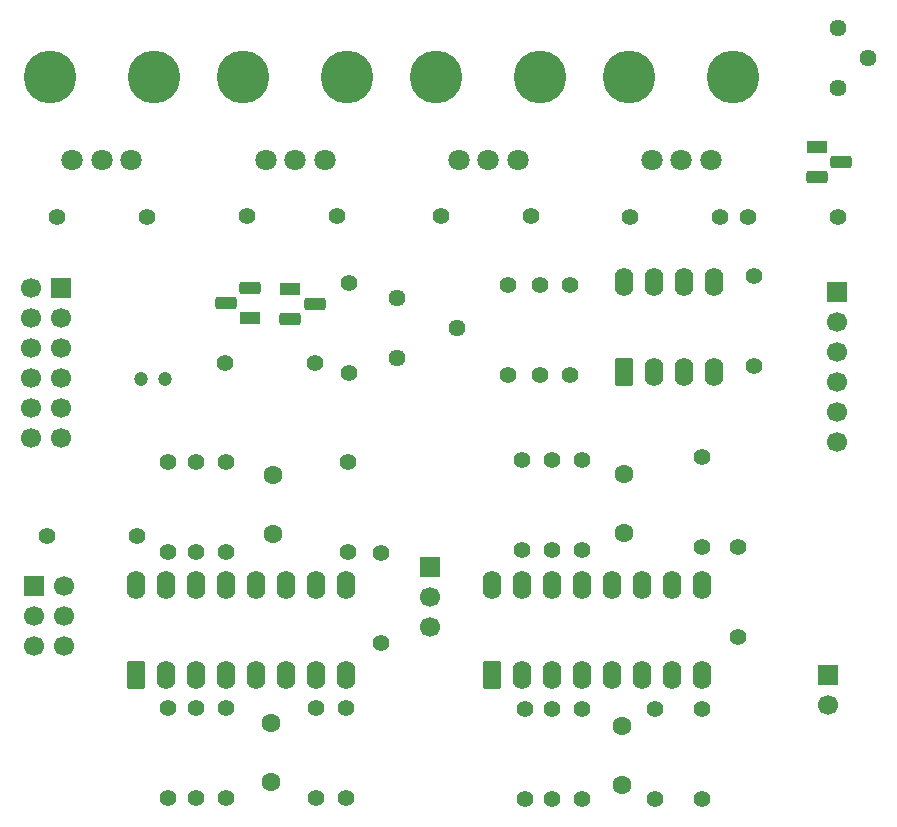
<source format=gbr>
%TF.GenerationSoftware,KiCad,Pcbnew,9.0.3*%
%TF.CreationDate,2025-08-11T18:09:04+09:00*%
%TF.ProjectId,debugVCFSeparate,64656275-6756-4434-9653-657061726174,rev?*%
%TF.SameCoordinates,Original*%
%TF.FileFunction,Soldermask,Bot*%
%TF.FilePolarity,Negative*%
%FSLAX46Y46*%
G04 Gerber Fmt 4.6, Leading zero omitted, Abs format (unit mm)*
G04 Created by KiCad (PCBNEW 9.0.3) date 2025-08-11 18:09:04*
%MOMM*%
%LPD*%
G01*
G04 APERTURE LIST*
G04 Aperture macros list*
%AMRoundRect*
0 Rectangle with rounded corners*
0 $1 Rounding radius*
0 $2 $3 $4 $5 $6 $7 $8 $9 X,Y pos of 4 corners*
0 Add a 4 corners polygon primitive as box body*
4,1,4,$2,$3,$4,$5,$6,$7,$8,$9,$2,$3,0*
0 Add four circle primitives for the rounded corners*
1,1,$1+$1,$2,$3*
1,1,$1+$1,$4,$5*
1,1,$1+$1,$6,$7*
1,1,$1+$1,$8,$9*
0 Add four rect primitives between the rounded corners*
20,1,$1+$1,$2,$3,$4,$5,0*
20,1,$1+$1,$4,$5,$6,$7,0*
20,1,$1+$1,$6,$7,$8,$9,0*
20,1,$1+$1,$8,$9,$2,$3,0*%
G04 Aperture macros list end*
%ADD10C,1.400000*%
%ADD11C,1.200000*%
%ADD12RoundRect,0.250000X0.550000X-0.950000X0.550000X0.950000X-0.550000X0.950000X-0.550000X-0.950000X0*%
%ADD13O,1.600000X2.400000*%
%ADD14C,1.440000*%
%ADD15R,1.700000X1.700000*%
%ADD16C,1.700000*%
%ADD17R,1.800000X1.100000*%
%ADD18RoundRect,0.275000X0.625000X-0.275000X0.625000X0.275000X-0.625000X0.275000X-0.625000X-0.275000X0*%
%ADD19RoundRect,0.275000X-0.625000X0.275000X-0.625000X-0.275000X0.625000X-0.275000X0.625000X0.275000X0*%
%ADD20C,1.600000*%
%ADD21C,1.800000*%
%ADD22C,4.455000*%
G04 APERTURE END LIST*
D10*
%TO.C,R31*%
X112522000Y-77470000D03*
X120142000Y-77470000D03*
%TD*%
%TO.C,R20*%
X138097000Y-63641000D03*
X138097000Y-56021000D03*
%TD*%
D11*
%TO.C,C8*%
X120476000Y-64149000D03*
X122476000Y-64149000D03*
%TD*%
D12*
%TO.C,U1*%
X120063000Y-89168000D03*
D13*
X122603000Y-89168000D03*
X125143000Y-89168000D03*
X127683000Y-89168000D03*
X130223000Y-89168000D03*
X132763000Y-89168000D03*
X135303000Y-89168000D03*
X137843000Y-89168000D03*
X137843000Y-81548000D03*
X135303000Y-81548000D03*
X132763000Y-81548000D03*
X130223000Y-81548000D03*
X127683000Y-81548000D03*
X125143000Y-81548000D03*
X122603000Y-81548000D03*
X120063000Y-81548000D03*
%TD*%
D10*
%TO.C,R28*%
X171879000Y-50433000D03*
X179499000Y-50433000D03*
%TD*%
%TO.C,R30*%
X164005000Y-92089000D03*
X164005000Y-99709000D03*
%TD*%
D14*
%TO.C,RV1*%
X142173000Y-62371000D03*
X147253000Y-59831000D03*
X142173000Y-57291000D03*
%TD*%
D10*
%TO.C,R25*%
X129461000Y-50306000D03*
X137081000Y-50306000D03*
%TD*%
D15*
%TO.C,J3*%
X111427000Y-81675000D03*
D16*
X113967000Y-81675000D03*
X111427000Y-84215000D03*
X113967000Y-84215000D03*
X111427000Y-86755000D03*
X113967000Y-86755000D03*
%TD*%
D15*
%TO.C,J1*%
X179372000Y-56783000D03*
D16*
X179372000Y-59323000D03*
X179372000Y-61863000D03*
X179372000Y-64403000D03*
X179372000Y-66943000D03*
X179372000Y-69483000D03*
%TD*%
D17*
%TO.C,Q2*%
X129734000Y-58942000D03*
D18*
X127664000Y-57672000D03*
X129734000Y-56402000D03*
%TD*%
D10*
%TO.C,R18*%
X155242000Y-99709000D03*
X155242000Y-92089000D03*
%TD*%
%TO.C,R9*%
X137843000Y-91962000D03*
X137843000Y-99582000D03*
%TD*%
%TO.C,R15*%
X170990000Y-85993000D03*
X170990000Y-78373000D03*
%TD*%
D15*
%TO.C,J5*%
X178610000Y-89168000D03*
D16*
X178610000Y-91708000D03*
%TD*%
D17*
%TO.C,Q1*%
X177702000Y-44464000D03*
D19*
X179772000Y-45734000D03*
X177702000Y-47004000D03*
%TD*%
D10*
%TO.C,R19*%
X156778000Y-63768000D03*
X156778000Y-56148000D03*
%TD*%
D20*
%TO.C,C1*%
X131620000Y-77277000D03*
X131620000Y-72277000D03*
%TD*%
D10*
%TO.C,R16*%
X152956000Y-92089000D03*
X152956000Y-99709000D03*
%TD*%
D20*
%TO.C,C2*%
X131493000Y-98272000D03*
X131493000Y-93272000D03*
%TD*%
D10*
%TO.C,R10*%
X135303000Y-91962000D03*
X135303000Y-99582000D03*
%TD*%
D15*
%TO.C,J2*%
X113733000Y-56427000D03*
D16*
X111193000Y-56427000D03*
X113733000Y-58967000D03*
X111193000Y-58967000D03*
X113733000Y-61507000D03*
X111193000Y-61507000D03*
X113733000Y-64047000D03*
X111193000Y-64047000D03*
X113733000Y-66587000D03*
X111193000Y-66587000D03*
X113733000Y-69127000D03*
X111193000Y-69127000D03*
%TD*%
D20*
%TO.C,C3*%
X161338000Y-77190000D03*
X161338000Y-72190000D03*
%TD*%
%TO.C,C4*%
X161211000Y-93526000D03*
X161211000Y-98526000D03*
%TD*%
D10*
%TO.C,R26*%
X145844000Y-50306000D03*
X153464000Y-50306000D03*
%TD*%
D12*
%TO.C,U3*%
X161350000Y-63514000D03*
D13*
X163890000Y-63514000D03*
X166430000Y-63514000D03*
X168970000Y-63514000D03*
X168970000Y-55894000D03*
X166430000Y-55894000D03*
X163890000Y-55894000D03*
X161350000Y-55894000D03*
%TD*%
D12*
%TO.C,U2*%
X150162000Y-89168000D03*
D13*
X152702000Y-89168000D03*
X155242000Y-89168000D03*
X157782000Y-89168000D03*
X160322000Y-89168000D03*
X162862000Y-89168000D03*
X165402000Y-89168000D03*
X167942000Y-89168000D03*
X167942000Y-81548000D03*
X165402000Y-81548000D03*
X162862000Y-81548000D03*
X160322000Y-81548000D03*
X157782000Y-81548000D03*
X155242000Y-81548000D03*
X152702000Y-81548000D03*
X150162000Y-81548000D03*
%TD*%
D21*
%TO.C,VR1*%
X114661000Y-45593000D03*
X117161000Y-45593000D03*
X119661000Y-45593000D03*
D22*
X112761000Y-38593000D03*
X121561000Y-38593000D03*
%TD*%
D10*
%TO.C,R4*%
X122730000Y-71134000D03*
X122730000Y-78754000D03*
%TD*%
%TO.C,R1*%
X127683000Y-71134000D03*
X127683000Y-78754000D03*
%TD*%
%TO.C,R29*%
X169466000Y-50433000D03*
X161846000Y-50433000D03*
%TD*%
%TO.C,R6*%
X140764000Y-86501000D03*
X140764000Y-78881000D03*
%TD*%
D15*
%TO.C,J4*%
X144955000Y-80024000D03*
D16*
X144955000Y-82564000D03*
X144955000Y-85104000D03*
%TD*%
D10*
%TO.C,R7*%
X127683000Y-99582000D03*
X127683000Y-91962000D03*
%TD*%
%TO.C,R27*%
X113332000Y-50433000D03*
X120952000Y-50433000D03*
%TD*%
%TO.C,R17*%
X157782000Y-99709000D03*
X157782000Y-92089000D03*
%TD*%
%TO.C,R3*%
X137970000Y-71134000D03*
X137970000Y-78754000D03*
%TD*%
%TO.C,R24*%
X167942000Y-99709000D03*
X167942000Y-92089000D03*
%TD*%
D14*
%TO.C,RV2*%
X179460000Y-39511000D03*
X182000000Y-36971000D03*
X179460000Y-34431000D03*
%TD*%
D21*
%TO.C,VR4*%
X163729000Y-45593000D03*
X166229000Y-45593000D03*
X168729000Y-45593000D03*
D22*
X161829000Y-38593000D03*
X170629000Y-38593000D03*
%TD*%
D10*
%TO.C,R5*%
X122730000Y-91962000D03*
X122730000Y-99582000D03*
%TD*%
%TO.C,R14*%
X167942000Y-70753000D03*
X167942000Y-78373000D03*
%TD*%
%TO.C,R23*%
X135176000Y-62752000D03*
X127556000Y-62752000D03*
%TD*%
%TO.C,R39*%
X172399000Y-55386000D03*
X172399000Y-63006000D03*
%TD*%
%TO.C,R13*%
X155242000Y-71007000D03*
X155242000Y-78627000D03*
%TD*%
D21*
%TO.C,VR2*%
X131017000Y-45593000D03*
X133517000Y-45593000D03*
X136017000Y-45593000D03*
D22*
X129117000Y-38593000D03*
X137917000Y-38593000D03*
%TD*%
D21*
%TO.C,VR3*%
X147373000Y-45593000D03*
X149873000Y-45593000D03*
X152373000Y-45593000D03*
D22*
X145473000Y-38593000D03*
X154273000Y-38593000D03*
%TD*%
D10*
%TO.C,R21*%
X151571000Y-63768000D03*
X151571000Y-56148000D03*
%TD*%
D17*
%TO.C,Q4*%
X133125000Y-56529000D03*
D19*
X135195000Y-57799000D03*
X133125000Y-59069000D03*
%TD*%
D10*
%TO.C,R8*%
X125143000Y-99582000D03*
X125143000Y-91962000D03*
%TD*%
%TO.C,R2*%
X125143000Y-71134000D03*
X125143000Y-78754000D03*
%TD*%
%TO.C,R12*%
X157782000Y-71007000D03*
X157782000Y-78627000D03*
%TD*%
%TO.C,R11*%
X152702000Y-71007000D03*
X152702000Y-78627000D03*
%TD*%
%TO.C,R22*%
X154238000Y-63768000D03*
X154238000Y-56148000D03*
%TD*%
M02*

</source>
